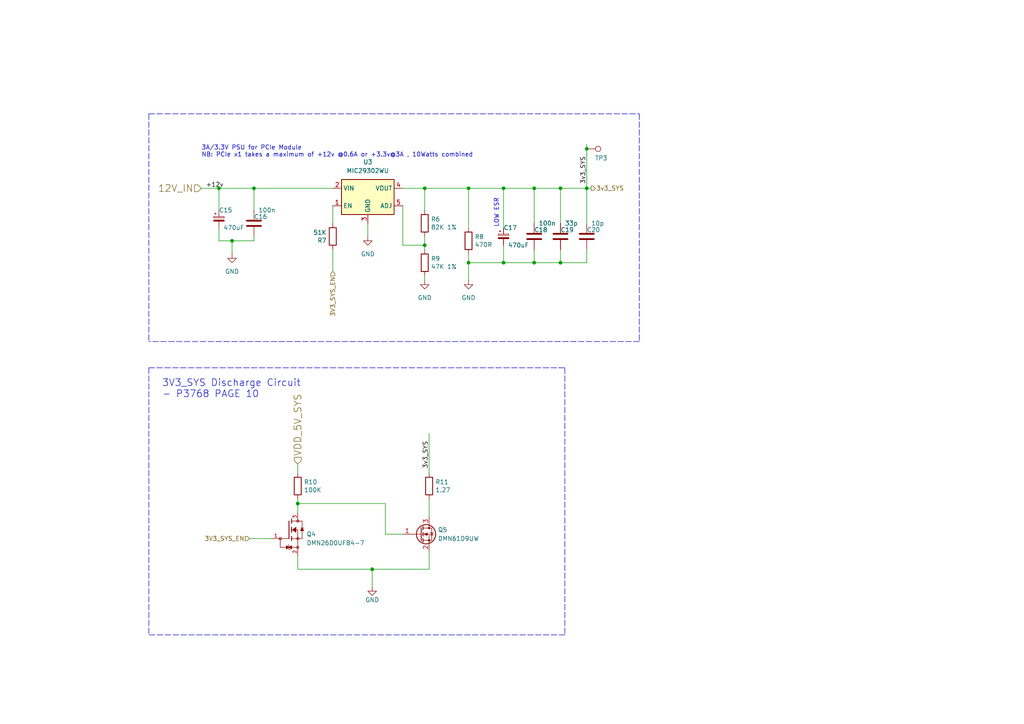
<source format=kicad_sch>
(kicad_sch (version 20211123) (generator eeschema)
  (paper "A4")
  (title_block (date "2023-05-28") (company "www.infinitytech.ltd") (comment 1 "(+20) 010 60 44 9214") (comment 2 "Design By: Mohamed Maher") (comment 4 "Jetson Orin SOM Custom Carrier Boards V1.0"))
  (lib_symbols
    (symbol "Connector:TestPoint" (pin_numbers hide) (pin_names (offset 0.762) hide)
      (property "Reference" "TP" (at 0 6.858 0))
      (property "Value" "TestPoint" (at 0 5.08 0))
      (symbol "TestPoint_0_1"
        (circle (center 0 3.302) (radius 0.762))
      )
      (symbol "TestPoint_1_1"
        (pin passive line (at 0 0 90) (length 2.54) (name "1") (number "1"))
      )
    )
    (symbol "DMN26D0UFB4-7:DMN26D0UFB4-7" (pin_names (offset 1.016))
      (property "Reference" "Q" (at -8.89 2.54 0))
      (property "Value" "DMN26D0UFB4-7" (at -8.89 -10.16 0))
      (symbol "DMN26D0UFB4-7_0_0"
        (circle (center -2.54 -2.54) (radius 0.3592))
        (polyline (pts (xy -2.54 -5.08) (xy 2.54 -5.08)) (stroke (width 0.1524)))
        (polyline (pts (xy -2.54 -2.54) (xy -2.54 -5.08)) (stroke (width 0.1524)))
        (polyline (pts (xy -2.54 -2.54) (xy 0 -2.54)) (stroke (width 0.1524)))
        (polyline (pts (xy 0 -4.572) (xy -0.254 -4.318)) (stroke (width 0.1524)))
        (polyline (pts (xy 0 -4.572) (xy 0 -5.588)) (stroke (width 0.1524)))
        (polyline (pts (xy 0 2.54) (xy 0 -2.54)) (stroke (width 0.254)))
        (polyline (pts (xy 0.254 -5.842) (xy 0 -5.588)) (stroke (width 0.1524)))
        (polyline (pts (xy 0.762 -2.54) (xy 0.762 -3.175)) (stroke (width 0.254)))
        (polyline (pts (xy 0.762 -1.905) (xy 0.762 -2.54)) (stroke (width 0.254)))
        (polyline (pts (xy 0.762 0) (xy 0.762 -0.762)) (stroke (width 0.254)))
        (polyline (pts (xy 0.762 0) (xy 2.54 0)) (stroke (width 0.1524)))
        (polyline (pts (xy 0.762 0.762) (xy 0.762 0)) (stroke (width 0.254)))
        (polyline (pts (xy 0.762 2.54) (xy 0.762 1.905)) (stroke (width 0.254)))
        (polyline (pts (xy 0.762 2.54) (xy 3.81 2.54)) (stroke (width 0.1524)))
        (polyline (pts (xy 0.762 3.175) (xy 0.762 2.54)) (stroke (width 0.254)))
        (polyline (pts (xy 2.54 -5.08) (xy 2.54 -2.54)) (stroke (width 0.1524)))
        (polyline (pts (xy 2.54 -2.54) (xy 0.762 -2.54)) (stroke (width 0.1524)))
        (polyline (pts (xy 2.54 -2.54) (xy 3.81 -2.54)) (stroke (width 0.1524)))
        (polyline (pts (xy 2.54 0) (xy 2.54 -2.54)) (stroke (width 0.1524)))
        (polyline (pts (xy 3.81 0.508) (xy 3.302 0.508)) (stroke (width 0.1524)))
        (polyline (pts (xy 3.81 0.508) (xy 3.81 -2.54)) (stroke (width 0.1524)))
        (polyline (pts (xy 3.81 2.54) (xy 3.81 0.508)) (stroke (width 0.1524)))
        (polyline (pts (xy 4.318 0.508) (xy 3.81 0.508)) (stroke (width 0.1524)))
        (polyline (pts (xy 0 -5.08) (xy -0.762 -4.572) (xy -0.762 -5.588) (xy 0 -5.08)) (stroke (width 0.1524)) (fill (type outline)))
        (polyline (pts (xy 0 -5.08) (xy 0.762 -5.588) (xy 0.762 -4.572) (xy 0 -5.08)) (stroke (width 0.1524)) (fill (type outline)))
        (polyline (pts (xy 1.016 0) (xy 2.032 0.762) (xy 2.032 -0.762) (xy 1.016 0)) (stroke (width 0.1524)) (fill (type outline)))
        (polyline (pts (xy 3.81 0.508) (xy 3.302 -0.254) (xy 4.318 -0.254) (xy 3.81 0.508)) (stroke (width 0.1524)) (fill (type outline)))
        (circle (center 2.54 -5.08) (radius 0.3592))
        (circle (center 2.54 -2.54) (radius 0.3592))
        (circle (center 2.54 2.54) (radius 0.3592))
        (pin passive line (at -5.08 -2.54 0) (length 2.54) (name "~") (number "1"))
        (pin passive line (at 2.54 -7.62 90) (length 2.54) (name "~") (number "2"))
        (pin passive line (at 2.54 5.08 270) (length 2.54) (name "~") (number "3"))
      )
    )
    (symbol "Device:C" (pin_numbers hide) (pin_names (offset 0.254))
      (property "Reference" "C" (at 0.635 2.54 0))
      (property "Value" "C" (at 0.635 -2.54 0))
      (symbol "C_0_1"
        (polyline (pts (xy -2.032 -0.762) (xy 2.032 -0.762)) (stroke (width 0.508)))
        (polyline (pts (xy -2.032 0.762) (xy 2.032 0.762)) (stroke (width 0.508)))
      )
      (symbol "C_1_1"
        (pin passive line (at 0 3.81 270) (length 2.794) (name "~") (number "1"))
        (pin passive line (at 0 -3.81 90) (length 2.794) (name "~") (number "2"))
      )
    )
    (symbol "Device:C_Polarized_Small" (pin_numbers hide) (pin_names (offset 0.254) hide)
      (property "Reference" "C" (at 0.254 1.778 0))
      (property "Value" "C_Polarized_Small" (at 0.254 -2.032 0))
      (symbol "C_Polarized_Small_0_1"
        (rectangle (start -1.524 -0.3048) (end 1.524 -0.6858) (fill (type outline)))
        (rectangle (start -1.524 0.6858) (end 1.524 0.3048))
        (polyline (pts (xy -1.27 1.524) (xy -0.762 1.524)))
        (polyline (pts (xy -1.016 1.27) (xy -1.016 1.778)))
      )
      (symbol "C_Polarized_Small_1_1"
        (pin passive line (at 0 2.54 270) (length 1.8542) (name "~") (number "1"))
        (pin passive line (at 0 -2.54 90) (length 1.8542) (name "~") (number "2"))
      )
    )
    (symbol "Device:R" (pin_numbers hide) (pin_names (offset 0))
      (property "Reference" "R" (at 2.032 0 90))
      (property "Value" "R" (at 0 0 90))
      (symbol "R_0_1"
        (rectangle (start -1.016 -2.54) (end 1.016 2.54) (stroke (width 0.254)))
      )
      (symbol "R_1_1"
        (pin passive line (at 0 3.81 270) (length 1.27) (name "~") (number "1"))
        (pin passive line (at 0 -3.81 90) (length 1.27) (name "~") (number "2"))
      )
    )
    (symbol "Regulator_Linear:MIC29302WU"
      (property "Reference" "U" (at -6.35 6.35 0))
      (property "Value" "MIC29302WU" (at 2.54 6.35 0))
      (symbol "MIC29302WU_1_1"
        (rectangle (start -7.62 5.08) (end 7.62 -5.08) (stroke (width 0.254)) (fill (type background)))
        (pin input line (at -10.16 -2.54 0) (length 2.54) (name "EN") (number "1"))
        (pin power_in line (at -10.16 2.54 0) (length 2.54) (name "VIN") (number "2"))
        (pin power_in line (at 0 -7.62 90) (length 2.54) (name "GND") (number "3"))
        (pin power_out line (at 10.16 2.54 180) (length 2.54) (name "VOUT") (number "4"))
        (pin input line (at 10.16 -2.54 180) (length 2.54) (name "ADJ") (number "5"))
      )
    )
    (symbol "Transistor_FET:DMN6140L" (pin_names hide)
      (property "Reference" "Q" (at 5.08 1.905 0))
      (property "Value" "DMN6140L" (at 5.08 0 0))
      (symbol "DMN6140L_0_1"
        (polyline (pts (xy 0.254 0) (xy -2.54 0)))
        (polyline (pts (xy 0.254 1.905) (xy 0.254 -1.905)) (stroke (width 0.254)))
        (polyline (pts (xy 0.762 -1.27) (xy 0.762 -2.286)) (stroke (width 0.254)))
        (polyline (pts (xy 0.762 0.508) (xy 0.762 -0.508)) (stroke (width 0.254)))
        (polyline (pts (xy 0.762 2.286) (xy 0.762 1.27)) (stroke (width 0.254)))
        (polyline (pts (xy 2.54 2.54) (xy 2.54 1.778)))
        (polyline (pts (xy 2.54 -2.54) (xy 2.54 0) (xy 0.762 0)))
        (polyline (pts (xy 0.762 -1.778) (xy 3.302 -1.778) (xy 3.302 1.778) (xy 0.762 1.778)))
        (polyline (pts (xy 1.016 0) (xy 2.032 0.381) (xy 2.032 -0.381) (xy 1.016 0)) (fill (type outline)))
        (polyline (pts (xy 2.794 0.508) (xy 2.921 0.381) (xy 3.683 0.381) (xy 3.81 0.254)))
        (polyline (pts (xy 3.302 0.381) (xy 2.921 -0.254) (xy 3.683 -0.254) (xy 3.302 0.381)))
        (circle (center 1.651 0) (radius 2.794) (stroke (width 0.254)))
        (circle (center 2.54 -1.778) (radius 0.254) (fill (type outline)))
        (circle (center 2.54 1.778) (radius 0.254) (fill (type outline)))
      )
      (symbol "DMN6140L_1_1"
        (pin input line (at -5.08 0 0) (length 2.54) (name "G") (number "1"))
        (pin passive line (at 2.54 -5.08 90) (length 2.54) (name "S") (number "2"))
        (pin passive line (at 2.54 5.08 270) (length 2.54) (name "D") (number "3"))
      )
    )
    (symbol "power:GND" (power) (pin_names (offset 0))
      (property "Value" "GND" (at 0 -3.81 0))
      (symbol "GND_0_1"
        (polyline (pts (xy 0 0) (xy 0 -1.27) (xy 1.27 -1.27) (xy 0 -2.54) (xy -1.27 -1.27) (xy 0 -1.27)))
      )
      (symbol "GND_1_1"
        (pin power_in line (at 0 0 270) (length 0) hide (name "GND") (number "1"))
      )
    )
  )
  (junction (at 63.5 54.61))
  (junction (at 123.19 54.61))
  (junction (at 162.56 54.61))
  (junction (at 135.89 54.61))
  (junction (at 107.95 165.1))
  (junction (at 146.05 54.61))
  (junction (at 67.31 69.85))
  (junction (at 146.05 76.2))
  (junction (at 154.94 54.61))
  (junction (at 170.18 54.61))
  (junction (at 123.19 71.12))
  (junction (at 162.56 76.2))
  (junction (at 170.18 43.18))
  (junction (at 86.36 146.05))
  (junction (at 135.89 76.2))
  (junction (at 154.94 76.2))
  (junction (at 73.66 54.61))
  (wire (pts (xy 170.18 76.2) (xy 162.56 76.2)))
  (wire (pts (xy 135.89 54.61) (xy 123.19 54.61)))
  (wire (pts (xy 162.56 54.61) (xy 154.94 54.61)))
  (wire (pts (xy 124.46 144.78) (xy 124.46 149.86)))
  (wire (pts (xy 67.31 69.85) (xy 73.66 69.85)))
  (wire (pts (xy 116.84 59.69) (xy 116.84 71.12)))
  (polyline (pts (xy 185.42 33.02) (xy 185.42 99.06)))
  (wire (pts (xy 146.05 71.12) (xy 146.05 76.2)))
  (wire (pts (xy 170.18 54.61) (xy 171.45 54.61)))
  (wire (pts (xy 154.94 72.39) (xy 154.94 76.2)))
  (wire (pts (xy 170.18 43.18) (xy 170.18 54.61)))
  (wire (pts (xy 86.36 161.29) (xy 86.36 165.1)))
  (wire (pts (xy 116.84 54.61) (xy 123.19 54.61)))
  (polyline (pts (xy 43.18 106.68) (xy 163.83 106.68)))
  (wire (pts (xy 73.66 54.61) (xy 73.66 60.96)))
  (wire (pts (xy 73.66 69.85) (xy 73.66 68.58)))
  (wire (pts (xy 72.39 156.21) (xy 78.74 156.21)))
  (wire (pts (xy 135.89 73.66) (xy 135.89 76.2)))
  (wire (pts (xy 124.46 165.1) (xy 124.46 160.02)))
  (wire (pts (xy 86.36 134.62) (xy 86.36 137.16)))
  (wire (pts (xy 63.5 54.61) (xy 73.66 54.61)))
  (polyline (pts (xy 43.18 33.02) (xy 43.18 99.06)))
  (wire (pts (xy 154.94 54.61) (xy 146.05 54.61)))
  (wire (pts (xy 154.94 64.77) (xy 154.94 54.61)))
  (wire (pts (xy 116.84 154.94) (xy 111.76 154.94)))
  (wire (pts (xy 63.5 66.04) (xy 63.5 69.85)))
  (wire (pts (xy 162.56 76.2) (xy 154.94 76.2)))
  (wire (pts (xy 135.89 76.2) (xy 135.89 81.28)))
  (wire (pts (xy 123.19 54.61) (xy 123.19 60.96)))
  (polyline (pts (xy 163.83 184.15) (xy 43.18 184.15)))
  (polyline (pts (xy 163.83 106.68) (xy 163.83 184.15)))
  (wire (pts (xy 123.19 68.58) (xy 123.19 71.12)))
  (wire (pts (xy 86.36 144.78) (xy 86.36 146.05)))
  (wire (pts (xy 96.52 78.74) (xy 96.52 72.39)))
  (wire (pts (xy 162.56 54.61) (xy 170.18 54.61)))
  (wire (pts (xy 106.68 64.77) (xy 106.68 68.58)))
  (wire (pts (xy 107.95 170.18) (xy 107.95 165.1)))
  (wire (pts (xy 63.5 54.61) (xy 63.5 60.96)))
  (wire (pts (xy 58.42 54.61) (xy 63.5 54.61)))
  (wire (pts (xy 162.56 64.77) (xy 162.56 54.61)))
  (wire (pts (xy 170.18 41.91) (xy 170.18 43.18)))
  (wire (pts (xy 162.56 72.39) (xy 162.56 76.2)))
  (wire (pts (xy 63.5 69.85) (xy 67.31 69.85)))
  (wire (pts (xy 146.05 54.61) (xy 135.89 54.61)))
  (wire (pts (xy 86.36 146.05) (xy 86.36 148.59)))
  (polyline (pts (xy 185.42 99.06) (xy 43.18 99.06)))
  (wire (pts (xy 154.94 76.2) (xy 146.05 76.2)))
  (wire (pts (xy 146.05 76.2) (xy 135.89 76.2)))
  (polyline (pts (xy 43.18 33.02) (xy 185.42 33.02)))
  (wire (pts (xy 86.36 165.1) (xy 107.95 165.1)))
  (wire (pts (xy 116.84 71.12) (xy 123.19 71.12)))
  (wire (pts (xy 86.36 146.05) (xy 111.76 146.05)))
  (wire (pts (xy 111.76 154.94) (xy 111.76 146.05)))
  (polyline (pts (xy 43.18 106.68) (xy 43.18 184.15)))
  (wire (pts (xy 170.18 72.39) (xy 170.18 76.2)))
  (wire (pts (xy 96.52 64.77) (xy 96.52 59.69)))
  (wire (pts (xy 135.89 66.04) (xy 135.89 54.61)))
  (wire (pts (xy 107.95 165.1) (xy 124.46 165.1)))
  (wire (pts (xy 124.46 125.73) (xy 124.46 137.16)))
  (wire (pts (xy 146.05 66.04) (xy 146.05 54.61)))
  (wire (pts (xy 73.66 54.61) (xy 96.52 54.61)))
  (wire (pts (xy 123.19 81.28) (xy 123.19 80.01)))
  (wire (pts (xy 170.18 64.77) (xy 170.18 54.61)))
  (wire (pts (xy 123.19 71.12) (xy 123.19 72.39)))
  (wire (pts (xy 67.31 69.85) (xy 67.31 73.66)))
  (text "3A/3.3V PSU for PCIe Module\nNB: PCIe x1 takes a maximum of +12v @0.6A or +3.3v@3A , 10Watts combined" (at 58.42 45.72 0) (effects (font (size 1.27 1.27)) (justify left bottom)))
  (text "3V3_SYS Discharge Circuit\n- P3768 PAGE 10" (at 46.99 115.57 0) (effects (font (size 2 2)) (justify left bottom)))
  (text "LOW ESR" (at 144.78 66.04 90) (effects (font (size 1.27 1.27)) (justify left bottom)))
  (label "3v3_SYS" (at 170.18 53.34 90))
  (label "3v3_SYS" (at 124.46 135.89 90))
  (label "+12v" (at 59.69 54.61 0))
  (hierarchical_label "3v3_SYS" (shape output) (at 171.45 54.61 0))
  (hierarchical_label "3V3_SYS_EN" (shape input) (at 96.52 78.74 270))
  (hierarchical_label "3V3_SYS_EN" (shape input) (at 72.39 156.21 180))
  (hierarchical_label "12V_IN" (shape input) (at 58.42 54.61 180) (effects (font (size 2.0066 2.0066))))
  (hierarchical_label "VDD_5V_SYS" (shape input) (at 86.36 134.62 90) (effects (font (size 2.0066 2.0066))))
  (symbol (lib_id "Device:C") (at 170.18 68.58 0) (unit 1)
    (property "Reference" "C20" (at 170.18 66.675 0) (effects (justify left)))
    (property "Value" "10p" (at 171.45 64.77 0) (effects (justify left)))
    (property "Footprint" "Capacitor_SMD:C_0201_0603Metric" (effects hide))
    (property "Datasheet" "https://psearch.en.murata.com/capacitor/product/GRM155R62A104KE14%23.pdf" (effects hide))
    (property "Field4" "Farnell" (effects hide))
    (property "Field5" "2611907" (effects hide))
    (property "Field6" "GRM155R62A104KE14D" (effects hide))
    (property "Field7" "Murata" (effects hide))
    (property "LCSC" "C272871" (effects hide))
  )
  (symbol (lib_id "power:GND") (at 123.19 81.28 0) (unit 1)
    (property "Reference" "#PWR0115" (effects hide))
    (property "Value" "GND" (at 123.19 86.36 0))
  )
  (symbol (lib_id "Device:C") (at 154.94 68.58 0) (unit 1)
    (property "Reference" "C18" (at 154.94 66.675 0) (effects (justify left)))
    (property "Value" "100n" (at 156.21 64.77 0) (effects (justify left)))
    (property "Footprint" "Capacitor_SMD:C_0201_0603Metric" (effects hide))
    (property "Datasheet" "https://psearch.en.murata.com/capacitor/product/GRM155R62A104KE14%23.pdf" (effects hide))
    (property "Field4" "Farnell" (effects hide))
    (property "Field5" "2611907" (effects hide))
    (property "Field6" "GRM155R62A104KE14D" (effects hide))
    (property "Field7" "Murata" (effects hide))
    (property "Part Description" "	0.1uF 10% 100V Ceramic Capacitor X5R 0402 (1005 Metric)" (effects hide))
    (property "LCSC" "C307380" (effects hide))
  )
  (symbol (lib_id "power:GND") (at 135.89 81.28 0) (unit 1)
    (property "Reference" "#PWR0113" (effects hide))
    (property "Value" "GND" (at 135.89 86.36 0))
  )
  (symbol (lib_id "power:GND") (at 67.31 73.66 0) (unit 1)
    (property "Reference" "#PWR0114" (effects hide))
    (property "Value" "GND" (at 67.31 78.74 0))
  )
  (symbol (lib_id "Device:C_Polarized_Small") (at 63.5 63.5 0) (unit 1)
    (property "Reference" "C15" (at 63.5 60.96 0) (effects (justify left)))
    (property "Value" "470uF" (at 64.77 66.04 0) (effects (justify left)))
    (property "Footprint" "Kemet _3760_H:Kemet _3760_H" (effects hide))
    (property "LCSC" "C600599" (effects hide))
  )
  (symbol (lib_id "Device:C") (at 162.56 68.58 0) (unit 1)
    (property "Reference" "C19" (at 162.56 66.675 0) (effects (justify left)))
    (property "Value" "33p" (at 163.83 64.77 0) (effects (justify left)))
    (property "Footprint" "Capacitor_SMD:C_0201_0603Metric" (effects hide))
    (property "Datasheet" "https://psearch.en.murata.com/capacitor/product/GRM155R62A104KE14%23.pdf" (effects hide))
    (property "Field4" "Farnell" (effects hide))
    (property "Field5" "2611907" (effects hide))
    (property "Field6" "GRM155R62A104KE14D" (effects hide))
    (property "Field7" "Murata" (effects hide))
    (property "LCSC" "C277477" (effects hide))
  )
  (symbol (lib_id "power:GND") (at 106.68 68.58 0) (unit 1)
    (property "Reference" "#PWR0116" (effects hide))
    (property "Value" "GND" (at 106.68 73.66 0))
  )
  (symbol (lib_id "Device:C_Polarized_Small") (at 146.05 68.58 0) (unit 1)
    (property "Reference" "C17" (at 146.05 66.04 0) (effects (justify left)))
    (property "Value" "470uF" (at 147.32 71.12 0) (effects (justify left)))
    (property "Footprint" "Capacitor_Tantalum_SMD:CP_EIA-7343-31_Kemet-D" (effects hide))
    (property "LCSC" "C116576" (effects hide))
  )
  (symbol (lib_id "Device:C") (at 73.66 64.77 0) (unit 1)
    (property "Reference" "C16" (at 73.66 62.865 0) (effects (justify left)))
    (property "Value" "100n" (at 74.93 60.96 0) (effects (justify left)))
    (property "Footprint" "Capacitor_SMD:C_0201_0603Metric" (effects hide))
    (property "Datasheet" "https://psearch.en.murata.com/capacitor/product/GRM155R62A104KE14%23.pdf" (effects hide))
    (property "Field4" "Farnell" (effects hide))
    (property "Field5" "2611907" (effects hide))
    (property "Field7" "Murata" (effects hide))
    (property "LCSC" "C307380" (effects hide))
  )
  (symbol (lib_id "Device:R") (at 86.36 140.97 0) (unit 1)
    (property "Reference" "R10" (at 88.138 139.8016 0) (effects (justify left)))
    (property "Value" "100K" (at 88.138 142.113 0) (effects (justify left)))
    (property "Footprint" "Resistor_SMD:R_0201_0603Metric" (effects hide))
    (property "Datasheet" "https://fscdn.rohm.com/en/products/databook/datasheet/passive/resistor/chip_resistor/mcr-e.pdf" (effects hide))
    (property "Field4" "Farnell" (effects hide))
    (property "Field5" "9239367" (effects hide))
    (property "Field7" "Rohm" (effects hide))
    (property "Field6" "MCR01MZPF1202" (effects hide))
    (property "Part Description" "Resistor 12K M1005 1% 63mW" (effects hide))
    (property "LCSC" "C106224" (effects hide))
  )
  (symbol (lib_id "Device:R") (at 123.19 76.2 0) (unit 1)
    (property "Reference" "R9" (at 124.968 75.0316 0) (effects (justify left)))
    (property "Value" "47K 1%" (at 124.968 77.343 0) (effects (justify left)))
    (property "Footprint" "Resistor_SMD:R_0201_0603Metric" (effects hide))
    (property "Datasheet" "https://fscdn.rohm.com/en/products/databook/datasheet/passive/resistor/chip_resistor/mcr-e.pdf" (effects hide))
    (property "Field4" "Farnell" (effects hide))
    (property "Field5" "9239367" (effects hide))
    (property "Field7" "Rohm" (effects hide))
    (property "LCSC" "C138139" (effects hide))
  )
  (symbol (lib_id "Regulator_Linear:MIC29302WU") (at 106.68 57.15 0) (unit 1)
    (property "Reference" "U3" (at 106.68 46.99 0))
    (property "Value" "MIC29302WU" (at 106.68 49.53 0))
    (property "Footprint" "Package_TO_SOT_SMD:TO-263-5_TabPin3" (effects hide))
    (property "Datasheet" "http://ww1.microchip.com/downloads/en/devicedoc/20005685a.pdf" (effects hide))
    (property "LCSC" "C11149" (effects hide))
  )
  (symbol (lib_id "Connector:TestPoint") (at 170.18 43.18 270) (unit 1)
    (property "Reference" "TP3" (at 172.5422 45.847 90) (effects (justify left)))
    (property "Value" "TestPoint" (effects hide))
    (property "Footprint" "TestPoint:TestPoint_Pad_D1.0mm" (effects hide))
    (property "Field4" "nf" (effects hide))
    (property "Field5" "nf" (effects hide))
    (property "Field6" "nf" (effects hide))
    (property "Field7" "nf" (effects hide))
  )
  (symbol (lib_id "Device:R") (at 135.89 69.85 0) (unit 1)
    (property "Reference" "R8" (at 137.668 68.6816 0) (effects (justify left)))
    (property "Value" "470R" (at 137.668 70.993 0) (effects (justify left)))
    (property "Footprint" "Resistor_SMD:R_0201_0603Metric" (effects hide))
    (property "Datasheet" "https://fscdn.rohm.com/en/products/databook/datasheet/passive/resistor/chip_resistor/mcr-e.pdf" (effects hide))
    (property "Field4" "Farnell" (effects hide))
    (property "Field5" "9239367" (effects hide))
    (property "Field7" "Rohm" (effects hide))
    (property "LCSC" "C304545" (effects hide))
  )
  (symbol (lib_id "power:GND") (at 107.95 170.18 0) (unit 1)
    (property "Reference" "#PWR0117" (effects hide))
    (property "Value" "GND" (at 107.95 173.99 0))
  )
  (symbol (lib_id "DMN26D0UFB4-7:DMN26D0UFB4-7") (at 83.82 153.67 0) (unit 1)
    (property "Reference" "Q4" (at 88.9 154.94 0) (effects (justify left)))
    (property "Value" "DMN26D0UFB4-7" (at 88.9 157.48 0) (effects (justify left)))
    (property "Footprint" "DMN26D0UFB4-7:TRXDFN100X60X40-3N" (effects hide))
    (property "PARTREV" "12-2" (effects hide))
    (property "MANUFACTURER" "Diodes Inc." (effects hide))
    (property "MAXIMUM_PACKAGE_HEIGHT" "0.4mm" (effects hide))
    (property "STANDARD" "IPC-7351B" (effects hide))
    (property "LCSC" "C260867" (effects hide))
  )
  (symbol (lib_id "Transistor_FET:DMN6140L") (at 121.92 154.94 0) (unit 1)
    (property "Reference" "Q5" (at 127 153.67 0) (effects (justify left)))
    (property "Value" "DMN61D9UW" (at 127 156.21 0) (effects (justify left)))
    (property "Footprint" "DMN61D9UW-7:SOT65P210X110-3N" (effects hide))
    (property "Datasheet" "http://www.diodes.com/assets/Datasheets/DMN6140L.pdf" (effects hide))
    (property "LCSC" "C151592" (effects hide))
  )
  (symbol (lib_id "Device:R") (at 96.52 68.58 180) (unit 1)
    (property "Reference" "R7" (at 94.742 69.7484 0) (effects (justify left)))
    (property "Value" "51K" (at 94.742 67.437 0) (effects (justify left)))
    (property "Footprint" "Resistor_SMD:R_0201_0603Metric" (effects hide))
    (property "Datasheet" "https://fscdn.rohm.com/en/products/databook/datasheet/passive/resistor/chip_resistor/mcr-e.pdf" (effects hide))
    (property "Field4" "Farnell" (effects hide))
    (property "Field5" "9239367" (effects hide))
    (property "Field7" "Rohm" (effects hide))
    (property "LCSC" "C171974" (effects hide))
  )
  (symbol (lib_id "Device:R") (at 123.19 64.77 0) (unit 1)
    (property "Reference" "R6" (at 124.968 63.6016 0) (effects (justify left)))
    (property "Value" "82K 1%" (at 124.968 65.913 0) (effects (justify left)))
    (property "Footprint" "Resistor_SMD:R_0201_0603Metric" (effects hide))
    (property "Datasheet" "https://fscdn.rohm.com/en/products/databook/datasheet/passive/resistor/chip_resistor/mcr-e.pdf" (effects hide))
    (property "Field4" "Farnell" (effects hide))
    (property "Field5" "9239367" (effects hide))
    (property "Field7" "Rohm" (effects hide))
    (property "LCSC" "C384402" (effects hide))
  )
  (symbol (lib_id "Device:R") (at 124.46 140.97 0) (unit 1)
    (property "Reference" "R11" (at 126.238 139.8016 0) (effects (justify left)))
    (property "Value" "1.27" (at 126.238 142.113 0) (effects (justify left)))
    (property "Footprint" "Resistor_SMD:R_0201_0603Metric" (effects hide))
    (property "Datasheet" "https://fscdn.rohm.com/en/products/databook/datasheet/passive/resistor/chip_resistor/mcr-e.pdf" (effects hide))
    (property "Field4" "Farnell" (effects hide))
    (property "Field5" "9239367" (effects hide))
    (property "Field7" "Rohm" (effects hide))
    (property "Field6" "MCR01MZPF1202" (effects hide))
    (property "Part Description" "Resistor 12K M1005 1% 63mW" (effects hide))
    (property "LCSC" "C158692" (effects hide))
  )
)
</source>
